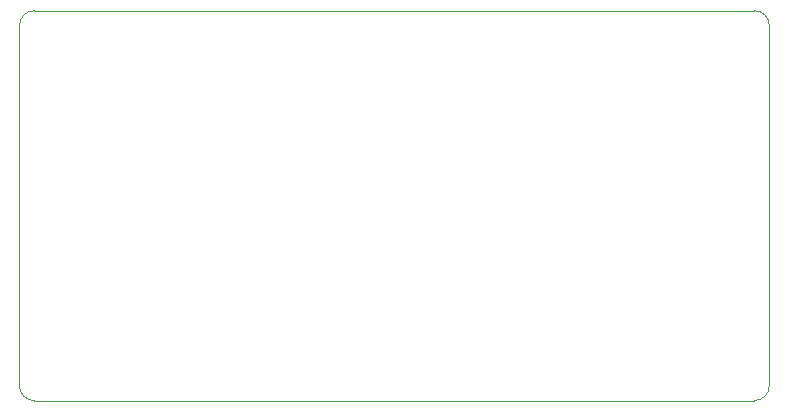
<source format=gm1>
G04 #@! TF.FileFunction,Profile,NP*
%FSLAX46Y46*%
G04 Gerber Fmt 4.6, Leading zero omitted, Abs format (unit mm)*
G04 Created by KiCad (PCBNEW 4.0.7) date 06/28/18 16:26:39*
%MOMM*%
%LPD*%
G01*
G04 APERTURE LIST*
%ADD10C,0.150000*%
%ADD11C,0.100000*%
G04 APERTURE END LIST*
D10*
D11*
X25400000Y-52070000D02*
X25400000Y-21590000D01*
X87630000Y-53340000D02*
X26670000Y-53340000D01*
X88900000Y-21590000D02*
X88900000Y-52070000D01*
X26670000Y-20320000D02*
X87630000Y-20320000D01*
X87630000Y-53340000D02*
G75*
G03X88900000Y-52070000I0J1270000D01*
G01*
X88900000Y-21590000D02*
G75*
G03X87630000Y-20320000I-1270000J0D01*
G01*
X26670000Y-20320000D02*
G75*
G03X25400000Y-21590000I0J-1270000D01*
G01*
X25400000Y-52070000D02*
G75*
G03X26670000Y-53340000I1270000J0D01*
G01*
M02*

</source>
